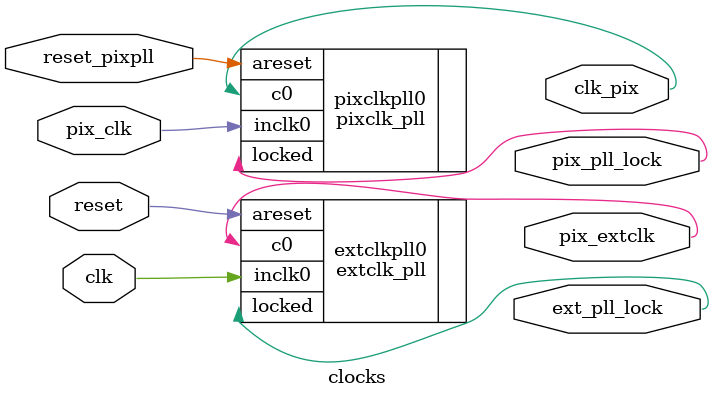
<source format=v>

`timescale 1ns/1ps

module clocks (
		input  wire        clk,
		input  wire        reset,
		output wire        ext_pll_lock,
		output wire        pix_extclk,          // Outgoing image sensor EXTCLK
		
		input  wire        pix_clk,             // Incoming pixel clock from the sensor
		input  wire        reset_pixpll,
		output wire        pix_pll_lock,
		output wire        clk_pix
	);

//-------------------------------------------------------------------------
// PLL to generate ext_clock for image sensor from memory interface clk 
//
// Input: Clock from Half Rate Memory Interface (66.5Mhz)
// Output: extclk input to image sensor (20MHz)
//-------------------------------------------------------------------------
extclk_pll extclkpll0 (
	.areset (reset),
	.inclk0 (clk),
	.c0 (pix_extclk),
	.locked (ext_pll_lock)
	);

//-------------------------------------------------------------------------
// PLL to capture the PIX_CLK from the image sensor and create a local
// pixel clock to capture incoming pixel data.
// Invert the output of the PIX_CLK PLL.  This means that CLK_PIX is 
// inverted from the image sensor's PIX_CLK.  Therefore, we will 
// capture all inputs on the falling edge of PIX_CLK.
//
// Input: Pixel clock from image sensor (13.8ns -> 72.46MHz)
// Output: Local pixel clock with 180deg phase shift for capturing pixel data
//-------------------------------------------------------------------------
pixclk_pll pixclkpll0 (
	.areset (reset_pixpll),
	.inclk0 (pix_clk),
	.c0 (clk_pix),
	.locked (pix_pll_lock)
	);

endmodule

</source>
